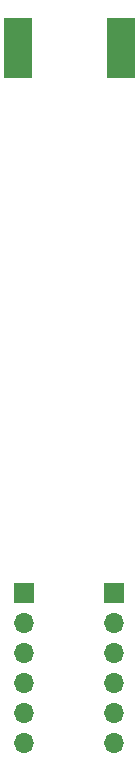
<source format=gbr>
%TF.GenerationSoftware,KiCad,Pcbnew,7.0.7*%
%TF.CreationDate,2023-09-17T23:45:05-06:00*%
%TF.ProjectId,dra818-breakout,64726138-3138-42d6-9272-65616b6f7574,1*%
%TF.SameCoordinates,Original*%
%TF.FileFunction,Soldermask,Bot*%
%TF.FilePolarity,Negative*%
%FSLAX46Y46*%
G04 Gerber Fmt 4.6, Leading zero omitted, Abs format (unit mm)*
G04 Created by KiCad (PCBNEW 7.0.7) date 2023-09-17 23:45:05*
%MOMM*%
%LPD*%
G01*
G04 APERTURE LIST*
%ADD10R,2.420000X5.080000*%
%ADD11R,1.700000X1.700000*%
%ADD12O,1.700000X1.700000*%
G04 APERTURE END LIST*
D10*
%TO.C,AE1*%
X155510000Y-68840000D03*
X146750000Y-68840000D03*
%TD*%
D11*
%TO.C,J1*%
X154940000Y-114920000D03*
D12*
X154940000Y-117460000D03*
X154940000Y-120000000D03*
X154940000Y-122540000D03*
X154940000Y-125080000D03*
X154940000Y-127620000D03*
%TD*%
D11*
%TO.C,J2*%
X147320000Y-114920000D03*
D12*
X147320000Y-117460000D03*
X147320000Y-120000000D03*
X147320000Y-122540000D03*
X147320000Y-125080000D03*
X147320000Y-127620000D03*
%TD*%
M02*

</source>
